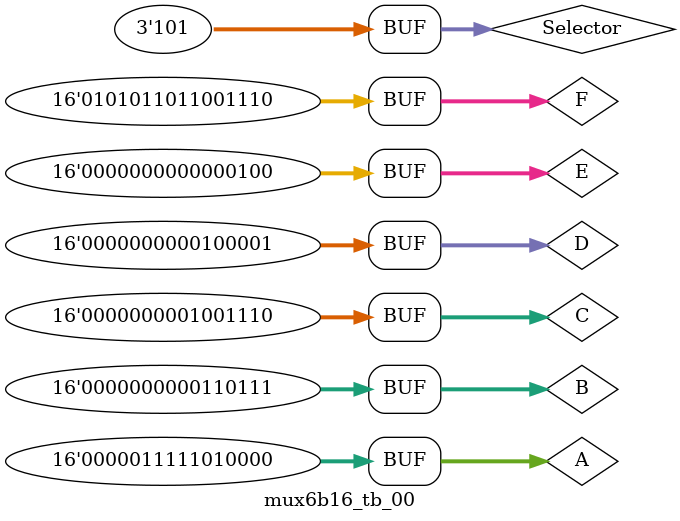
<source format=v>
`timescale 1ns / 1ps


module mux6b16_tb_00;

	// Inputs
	reg [15:0] A;
	reg [15:0] B;
	reg [15:0] C;
	reg [15:0] D;
	reg [15:0] E;
	reg [15:0] F;
	reg [2:0] Selector;

	// Outputs
	wire [15:0] result;

	// Instantiate the Unit Under Test (UUT)
	mux6b16 uut (
		.A(A), 
		.B(B), 
		.C(C), 
		.D(D), 
		.E(E), 
		.F(F), 
		.Selector(Selector), 
		.result(result)
	);

	initial begin
		// Initialize Inputs
		A <= 2000;
		B <= 55;
		C <= 78;
		D <= 33;
		E <= 4;
		F <= 999;
		Selector <= 0;

		// Wait 100 ns for global reset to finish
		#100;
        
		// Add stimulus here
		#1;
		$monitor("result = %d", result, "  |  select = %b", Selector);
		#1;
		Selector <= 1;
		#1; 
		Selector <= 2;
		#1;
		Selector <= 3;
		#1;
		Selector <= 4;
		#1;
		Selector <= 5;
		#1;
		F <= 22222;
	end
      
endmodule


</source>
